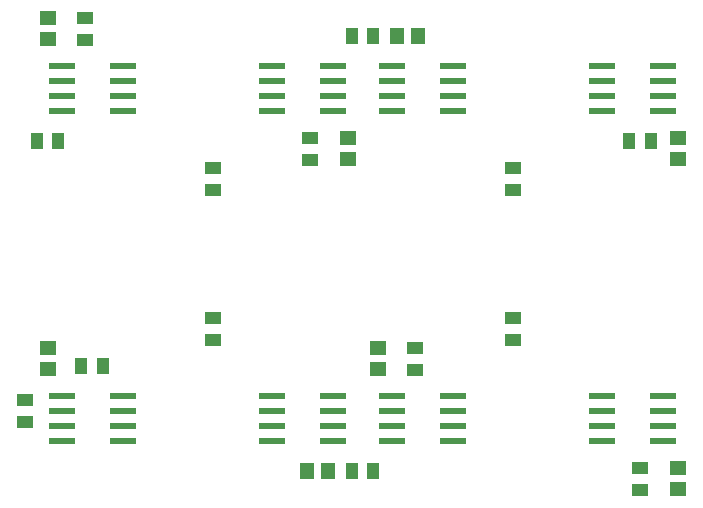
<source format=gbr>
G04 EAGLE Gerber RS-274X export*
G75*
%MOMM*%
%FSLAX34Y34*%
%LPD*%
%INSolderpaste Bottom*%
%IPPOS*%
%AMOC8*
5,1,8,0,0,1.08239X$1,22.5*%
G01*
G04 Define Apertures*
%ADD10R,2.200000X0.600000*%
%ADD11R,1.465300X1.164600*%
%ADD12R,1.420200X1.031200*%
%ADD13R,1.164600X1.465300*%
%ADD14R,1.031200X1.420200*%
D10*
X114900Y463550D03*
X62900Y463550D03*
X114900Y476250D03*
X114900Y450850D03*
X114900Y438150D03*
X62900Y476250D03*
X62900Y450850D03*
X62900Y438150D03*
D11*
X50800Y499246D03*
X50800Y516754D03*
D12*
X190500Y390195D03*
X190500Y371805D03*
X82550Y498805D03*
X82550Y517195D03*
D10*
X240700Y450850D03*
X292700Y450850D03*
X240700Y438150D03*
X240700Y463550D03*
X240700Y476250D03*
X292700Y438150D03*
X292700Y463550D03*
X292700Y476250D03*
D11*
X304800Y415154D03*
X304800Y397646D03*
D12*
X273050Y415595D03*
X273050Y397205D03*
X444500Y390195D03*
X444500Y371805D03*
X444500Y244805D03*
X444500Y263195D03*
X190500Y244805D03*
X190500Y263195D03*
D10*
X394300Y463550D03*
X342300Y463550D03*
X394300Y476250D03*
X394300Y450850D03*
X394300Y438150D03*
X342300Y476250D03*
X342300Y450850D03*
X342300Y438150D03*
D13*
X346846Y501650D03*
X364354Y501650D03*
D14*
X326695Y501650D03*
X308305Y501650D03*
D10*
X520100Y450850D03*
X572100Y450850D03*
X520100Y438150D03*
X520100Y463550D03*
X520100Y476250D03*
X572100Y438150D03*
X572100Y463550D03*
X572100Y476250D03*
D11*
X584200Y415154D03*
X584200Y397646D03*
D14*
X561645Y412750D03*
X543255Y412750D03*
D10*
X520100Y171450D03*
X572100Y171450D03*
X520100Y158750D03*
X520100Y184150D03*
X520100Y196850D03*
X572100Y158750D03*
X572100Y184150D03*
X572100Y196850D03*
D11*
X584200Y135754D03*
X584200Y118246D03*
D12*
X552450Y136195D03*
X552450Y117805D03*
D10*
X394300Y184150D03*
X342300Y184150D03*
X394300Y196850D03*
X394300Y171450D03*
X394300Y158750D03*
X342300Y196850D03*
X342300Y171450D03*
X342300Y158750D03*
D11*
X330200Y219846D03*
X330200Y237354D03*
D12*
X361950Y219405D03*
X361950Y237795D03*
D10*
X240700Y171450D03*
X292700Y171450D03*
X240700Y158750D03*
X240700Y184150D03*
X240700Y196850D03*
X292700Y158750D03*
X292700Y184150D03*
X292700Y196850D03*
D13*
X288154Y133350D03*
X270646Y133350D03*
D14*
X308305Y133350D03*
X326695Y133350D03*
D10*
X114900Y184150D03*
X62900Y184150D03*
X114900Y196850D03*
X114900Y171450D03*
X114900Y158750D03*
X62900Y196850D03*
X62900Y171450D03*
X62900Y158750D03*
D11*
X50800Y219846D03*
X50800Y237354D03*
D14*
X79440Y221985D03*
X97830Y221985D03*
X59995Y412750D03*
X41605Y412750D03*
D12*
X31750Y193345D03*
X31750Y174955D03*
M02*

</source>
